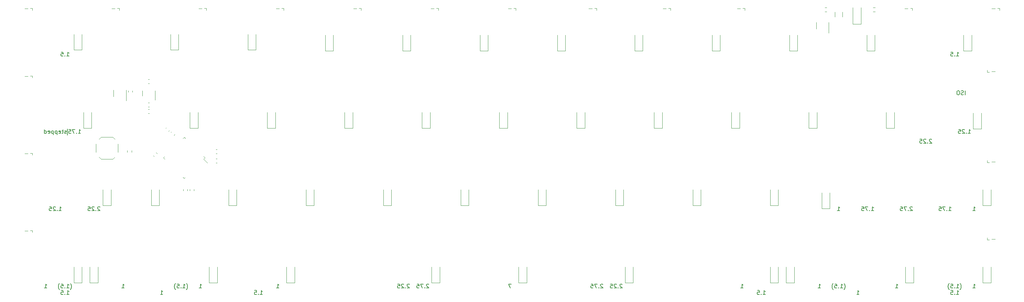
<source format=gbr>
%TF.GenerationSoftware,KiCad,Pcbnew,(7.0.0)*%
%TF.CreationDate,2023-11-21T21:34:49+01:00*%
%TF.ProjectId,forti,666f7274-692e-46b6-9963-61645f706362,rev?*%
%TF.SameCoordinates,Original*%
%TF.FileFunction,Legend,Bot*%
%TF.FilePolarity,Positive*%
%FSLAX46Y46*%
G04 Gerber Fmt 4.6, Leading zero omitted, Abs format (unit mm)*
G04 Created by KiCad (PCBNEW (7.0.0)) date 2023-11-21 21:34:49*
%MOMM*%
%LPD*%
G01*
G04 APERTURE LIST*
%ADD10C,0.150000*%
%ADD11C,0.120000*%
G04 APERTURE END LIST*
D10*
X41120181Y-62706250D02*
X41120181Y-64293750D01*
X150352082Y-100967380D02*
X149685416Y-100967380D01*
X149685416Y-100967380D02*
X150113987Y-101967380D01*
X249126189Y-82012619D02*
X249078570Y-81965000D01*
X249078570Y-81965000D02*
X248983332Y-81917380D01*
X248983332Y-81917380D02*
X248745237Y-81917380D01*
X248745237Y-81917380D02*
X248649999Y-81965000D01*
X248649999Y-81965000D02*
X248602380Y-82012619D01*
X248602380Y-82012619D02*
X248554761Y-82107857D01*
X248554761Y-82107857D02*
X248554761Y-82203095D01*
X248554761Y-82203095D02*
X248602380Y-82345952D01*
X248602380Y-82345952D02*
X249173808Y-82917380D01*
X249173808Y-82917380D02*
X248554761Y-82917380D01*
X248126189Y-82822142D02*
X248078570Y-82869761D01*
X248078570Y-82869761D02*
X248126189Y-82917380D01*
X248126189Y-82917380D02*
X248173808Y-82869761D01*
X248173808Y-82869761D02*
X248126189Y-82822142D01*
X248126189Y-82822142D02*
X248126189Y-82917380D01*
X247745237Y-81917380D02*
X247078571Y-81917380D01*
X247078571Y-81917380D02*
X247507142Y-82917380D01*
X246221428Y-81917380D02*
X246697618Y-81917380D01*
X246697618Y-81917380D02*
X246745237Y-82393571D01*
X246745237Y-82393571D02*
X246697618Y-82345952D01*
X246697618Y-82345952D02*
X246602380Y-82298333D01*
X246602380Y-82298333D02*
X246364285Y-82298333D01*
X246364285Y-82298333D02*
X246269047Y-82345952D01*
X246269047Y-82345952D02*
X246221428Y-82393571D01*
X246221428Y-82393571D02*
X246173809Y-82488809D01*
X246173809Y-82488809D02*
X246173809Y-82726904D01*
X246173809Y-82726904D02*
X246221428Y-82822142D01*
X246221428Y-82822142D02*
X246269047Y-82869761D01*
X246269047Y-82869761D02*
X246364285Y-82917380D01*
X246364285Y-82917380D02*
X246602380Y-82917380D01*
X246602380Y-82917380D02*
X246697618Y-82869761D01*
X246697618Y-82869761D02*
X246745237Y-82822142D01*
X130063689Y-101062619D02*
X130016070Y-101015000D01*
X130016070Y-101015000D02*
X129920832Y-100967380D01*
X129920832Y-100967380D02*
X129682737Y-100967380D01*
X129682737Y-100967380D02*
X129587499Y-101015000D01*
X129587499Y-101015000D02*
X129539880Y-101062619D01*
X129539880Y-101062619D02*
X129492261Y-101157857D01*
X129492261Y-101157857D02*
X129492261Y-101253095D01*
X129492261Y-101253095D02*
X129539880Y-101395952D01*
X129539880Y-101395952D02*
X130111308Y-101967380D01*
X130111308Y-101967380D02*
X129492261Y-101967380D01*
X129063689Y-101872142D02*
X129016070Y-101919761D01*
X129016070Y-101919761D02*
X129063689Y-101967380D01*
X129063689Y-101967380D02*
X129111308Y-101919761D01*
X129111308Y-101919761D02*
X129063689Y-101872142D01*
X129063689Y-101872142D02*
X129063689Y-101967380D01*
X128682737Y-100967380D02*
X128016071Y-100967380D01*
X128016071Y-100967380D02*
X128444642Y-101967380D01*
X127158928Y-100967380D02*
X127635118Y-100967380D01*
X127635118Y-100967380D02*
X127682737Y-101443571D01*
X127682737Y-101443571D02*
X127635118Y-101395952D01*
X127635118Y-101395952D02*
X127539880Y-101348333D01*
X127539880Y-101348333D02*
X127301785Y-101348333D01*
X127301785Y-101348333D02*
X127206547Y-101395952D01*
X127206547Y-101395952D02*
X127158928Y-101443571D01*
X127158928Y-101443571D02*
X127111309Y-101538809D01*
X127111309Y-101538809D02*
X127111309Y-101776904D01*
X127111309Y-101776904D02*
X127158928Y-101872142D01*
X127158928Y-101872142D02*
X127206547Y-101919761D01*
X127206547Y-101919761D02*
X127301785Y-101967380D01*
X127301785Y-101967380D02*
X127539880Y-101967380D01*
X127539880Y-101967380D02*
X127635118Y-101919761D01*
X127635118Y-101919761D02*
X127682737Y-101872142D01*
X70389583Y-102348333D02*
X70437202Y-102300714D01*
X70437202Y-102300714D02*
X70532440Y-102157857D01*
X70532440Y-102157857D02*
X70580059Y-102062619D01*
X70580059Y-102062619D02*
X70627678Y-101919761D01*
X70627678Y-101919761D02*
X70675297Y-101681666D01*
X70675297Y-101681666D02*
X70675297Y-101491190D01*
X70675297Y-101491190D02*
X70627678Y-101253095D01*
X70627678Y-101253095D02*
X70580059Y-101110238D01*
X70580059Y-101110238D02*
X70532440Y-101015000D01*
X70532440Y-101015000D02*
X70437202Y-100872142D01*
X70437202Y-100872142D02*
X70389583Y-100824523D01*
X69484821Y-101967380D02*
X70056249Y-101967380D01*
X69770535Y-101967380D02*
X69770535Y-100967380D01*
X69770535Y-100967380D02*
X69865773Y-101110238D01*
X69865773Y-101110238D02*
X69961011Y-101205476D01*
X69961011Y-101205476D02*
X70056249Y-101253095D01*
X69056249Y-101872142D02*
X69008630Y-101919761D01*
X69008630Y-101919761D02*
X69056249Y-101967380D01*
X69056249Y-101967380D02*
X69103868Y-101919761D01*
X69103868Y-101919761D02*
X69056249Y-101872142D01*
X69056249Y-101872142D02*
X69056249Y-101967380D01*
X68103869Y-100967380D02*
X68580059Y-100967380D01*
X68580059Y-100967380D02*
X68627678Y-101443571D01*
X68627678Y-101443571D02*
X68580059Y-101395952D01*
X68580059Y-101395952D02*
X68484821Y-101348333D01*
X68484821Y-101348333D02*
X68246726Y-101348333D01*
X68246726Y-101348333D02*
X68151488Y-101395952D01*
X68151488Y-101395952D02*
X68103869Y-101443571D01*
X68103869Y-101443571D02*
X68056250Y-101538809D01*
X68056250Y-101538809D02*
X68056250Y-101776904D01*
X68056250Y-101776904D02*
X68103869Y-101872142D01*
X68103869Y-101872142D02*
X68151488Y-101919761D01*
X68151488Y-101919761D02*
X68246726Y-101967380D01*
X68246726Y-101967380D02*
X68484821Y-101967380D01*
X68484821Y-101967380D02*
X68580059Y-101919761D01*
X68580059Y-101919761D02*
X68627678Y-101872142D01*
X67722916Y-102348333D02*
X67675297Y-102300714D01*
X67675297Y-102300714D02*
X67580059Y-102157857D01*
X67580059Y-102157857D02*
X67532440Y-102062619D01*
X67532440Y-102062619D02*
X67484821Y-101919761D01*
X67484821Y-101919761D02*
X67437202Y-101681666D01*
X67437202Y-101681666D02*
X67437202Y-101491190D01*
X67437202Y-101491190D02*
X67484821Y-101253095D01*
X67484821Y-101253095D02*
X67532440Y-101110238D01*
X67532440Y-101110238D02*
X67580059Y-101015000D01*
X67580059Y-101015000D02*
X67675297Y-100872142D01*
X67675297Y-100872142D02*
X67722916Y-100824523D01*
X41814583Y-102348333D02*
X41862202Y-102300714D01*
X41862202Y-102300714D02*
X41957440Y-102157857D01*
X41957440Y-102157857D02*
X42005059Y-102062619D01*
X42005059Y-102062619D02*
X42052678Y-101919761D01*
X42052678Y-101919761D02*
X42100297Y-101681666D01*
X42100297Y-101681666D02*
X42100297Y-101491190D01*
X42100297Y-101491190D02*
X42052678Y-101253095D01*
X42052678Y-101253095D02*
X42005059Y-101110238D01*
X42005059Y-101110238D02*
X41957440Y-101015000D01*
X41957440Y-101015000D02*
X41862202Y-100872142D01*
X41862202Y-100872142D02*
X41814583Y-100824523D01*
X40909821Y-101967380D02*
X41481249Y-101967380D01*
X41195535Y-101967380D02*
X41195535Y-100967380D01*
X41195535Y-100967380D02*
X41290773Y-101110238D01*
X41290773Y-101110238D02*
X41386011Y-101205476D01*
X41386011Y-101205476D02*
X41481249Y-101253095D01*
X40481249Y-101872142D02*
X40433630Y-101919761D01*
X40433630Y-101919761D02*
X40481249Y-101967380D01*
X40481249Y-101967380D02*
X40528868Y-101919761D01*
X40528868Y-101919761D02*
X40481249Y-101872142D01*
X40481249Y-101872142D02*
X40481249Y-101967380D01*
X39528869Y-100967380D02*
X40005059Y-100967380D01*
X40005059Y-100967380D02*
X40052678Y-101443571D01*
X40052678Y-101443571D02*
X40005059Y-101395952D01*
X40005059Y-101395952D02*
X39909821Y-101348333D01*
X39909821Y-101348333D02*
X39671726Y-101348333D01*
X39671726Y-101348333D02*
X39576488Y-101395952D01*
X39576488Y-101395952D02*
X39528869Y-101443571D01*
X39528869Y-101443571D02*
X39481250Y-101538809D01*
X39481250Y-101538809D02*
X39481250Y-101776904D01*
X39481250Y-101776904D02*
X39528869Y-101872142D01*
X39528869Y-101872142D02*
X39576488Y-101919761D01*
X39576488Y-101919761D02*
X39671726Y-101967380D01*
X39671726Y-101967380D02*
X39909821Y-101967380D01*
X39909821Y-101967380D02*
X40005059Y-101919761D01*
X40005059Y-101919761D02*
X40052678Y-101872142D01*
X39147916Y-102348333D02*
X39100297Y-102300714D01*
X39100297Y-102300714D02*
X39005059Y-102157857D01*
X39005059Y-102157857D02*
X38957440Y-102062619D01*
X38957440Y-102062619D02*
X38909821Y-101919761D01*
X38909821Y-101919761D02*
X38862202Y-101681666D01*
X38862202Y-101681666D02*
X38862202Y-101491190D01*
X38862202Y-101491190D02*
X38909821Y-101253095D01*
X38909821Y-101253095D02*
X38957440Y-101110238D01*
X38957440Y-101110238D02*
X39005059Y-101015000D01*
X39005059Y-101015000D02*
X39100297Y-100872142D01*
X39100297Y-100872142D02*
X39147916Y-100824523D01*
X264033035Y-101967380D02*
X264604463Y-101967380D01*
X264318749Y-101967380D02*
X264318749Y-100967380D01*
X264318749Y-100967380D02*
X264413987Y-101110238D01*
X264413987Y-101110238D02*
X264509225Y-101205476D01*
X264509225Y-101205476D02*
X264604463Y-101253095D01*
X260889583Y-102348333D02*
X260937202Y-102300714D01*
X260937202Y-102300714D02*
X261032440Y-102157857D01*
X261032440Y-102157857D02*
X261080059Y-102062619D01*
X261080059Y-102062619D02*
X261127678Y-101919761D01*
X261127678Y-101919761D02*
X261175297Y-101681666D01*
X261175297Y-101681666D02*
X261175297Y-101491190D01*
X261175297Y-101491190D02*
X261127678Y-101253095D01*
X261127678Y-101253095D02*
X261080059Y-101110238D01*
X261080059Y-101110238D02*
X261032440Y-101015000D01*
X261032440Y-101015000D02*
X260937202Y-100872142D01*
X260937202Y-100872142D02*
X260889583Y-100824523D01*
X259984821Y-101967380D02*
X260556249Y-101967380D01*
X260270535Y-101967380D02*
X260270535Y-100967380D01*
X260270535Y-100967380D02*
X260365773Y-101110238D01*
X260365773Y-101110238D02*
X260461011Y-101205476D01*
X260461011Y-101205476D02*
X260556249Y-101253095D01*
X259556249Y-101872142D02*
X259508630Y-101919761D01*
X259508630Y-101919761D02*
X259556249Y-101967380D01*
X259556249Y-101967380D02*
X259603868Y-101919761D01*
X259603868Y-101919761D02*
X259556249Y-101872142D01*
X259556249Y-101872142D02*
X259556249Y-101967380D01*
X258603869Y-100967380D02*
X259080059Y-100967380D01*
X259080059Y-100967380D02*
X259127678Y-101443571D01*
X259127678Y-101443571D02*
X259080059Y-101395952D01*
X259080059Y-101395952D02*
X258984821Y-101348333D01*
X258984821Y-101348333D02*
X258746726Y-101348333D01*
X258746726Y-101348333D02*
X258651488Y-101395952D01*
X258651488Y-101395952D02*
X258603869Y-101443571D01*
X258603869Y-101443571D02*
X258556250Y-101538809D01*
X258556250Y-101538809D02*
X258556250Y-101776904D01*
X258556250Y-101776904D02*
X258603869Y-101872142D01*
X258603869Y-101872142D02*
X258651488Y-101919761D01*
X258651488Y-101919761D02*
X258746726Y-101967380D01*
X258746726Y-101967380D02*
X258984821Y-101967380D01*
X258984821Y-101967380D02*
X259080059Y-101919761D01*
X259080059Y-101919761D02*
X259127678Y-101872142D01*
X258222916Y-102348333D02*
X258175297Y-102300714D01*
X258175297Y-102300714D02*
X258080059Y-102157857D01*
X258080059Y-102157857D02*
X258032440Y-102062619D01*
X258032440Y-102062619D02*
X257984821Y-101919761D01*
X257984821Y-101919761D02*
X257937202Y-101681666D01*
X257937202Y-101681666D02*
X257937202Y-101491190D01*
X257937202Y-101491190D02*
X257984821Y-101253095D01*
X257984821Y-101253095D02*
X258032440Y-101110238D01*
X258032440Y-101110238D02*
X258080059Y-101015000D01*
X258080059Y-101015000D02*
X258175297Y-100872142D01*
X258175297Y-100872142D02*
X258222916Y-100824523D01*
X49101189Y-82012619D02*
X49053570Y-81965000D01*
X49053570Y-81965000D02*
X48958332Y-81917380D01*
X48958332Y-81917380D02*
X48720237Y-81917380D01*
X48720237Y-81917380D02*
X48624999Y-81965000D01*
X48624999Y-81965000D02*
X48577380Y-82012619D01*
X48577380Y-82012619D02*
X48529761Y-82107857D01*
X48529761Y-82107857D02*
X48529761Y-82203095D01*
X48529761Y-82203095D02*
X48577380Y-82345952D01*
X48577380Y-82345952D02*
X49148808Y-82917380D01*
X49148808Y-82917380D02*
X48529761Y-82917380D01*
X48101189Y-82822142D02*
X48053570Y-82869761D01*
X48053570Y-82869761D02*
X48101189Y-82917380D01*
X48101189Y-82917380D02*
X48148808Y-82869761D01*
X48148808Y-82869761D02*
X48101189Y-82822142D01*
X48101189Y-82822142D02*
X48101189Y-82917380D01*
X47672618Y-82012619D02*
X47624999Y-81965000D01*
X47624999Y-81965000D02*
X47529761Y-81917380D01*
X47529761Y-81917380D02*
X47291666Y-81917380D01*
X47291666Y-81917380D02*
X47196428Y-81965000D01*
X47196428Y-81965000D02*
X47148809Y-82012619D01*
X47148809Y-82012619D02*
X47101190Y-82107857D01*
X47101190Y-82107857D02*
X47101190Y-82203095D01*
X47101190Y-82203095D02*
X47148809Y-82345952D01*
X47148809Y-82345952D02*
X47720237Y-82917380D01*
X47720237Y-82917380D02*
X47101190Y-82917380D01*
X46196428Y-81917380D02*
X46672618Y-81917380D01*
X46672618Y-81917380D02*
X46720237Y-82393571D01*
X46720237Y-82393571D02*
X46672618Y-82345952D01*
X46672618Y-82345952D02*
X46577380Y-82298333D01*
X46577380Y-82298333D02*
X46339285Y-82298333D01*
X46339285Y-82298333D02*
X46244047Y-82345952D01*
X46244047Y-82345952D02*
X46196428Y-82393571D01*
X46196428Y-82393571D02*
X46148809Y-82488809D01*
X46148809Y-82488809D02*
X46148809Y-82726904D01*
X46148809Y-82726904D02*
X46196428Y-82822142D01*
X46196428Y-82822142D02*
X46244047Y-82869761D01*
X46244047Y-82869761D02*
X46339285Y-82917380D01*
X46339285Y-82917380D02*
X46577380Y-82917380D01*
X46577380Y-82917380D02*
X46672618Y-82869761D01*
X46672618Y-82869761D02*
X46720237Y-82822142D01*
X35433035Y-101967380D02*
X36004463Y-101967380D01*
X35718749Y-101967380D02*
X35718749Y-100967380D01*
X35718749Y-100967380D02*
X35813987Y-101110238D01*
X35813987Y-101110238D02*
X35909225Y-101205476D01*
X35909225Y-101205476D02*
X36004463Y-101253095D01*
X125301189Y-101062619D02*
X125253570Y-101015000D01*
X125253570Y-101015000D02*
X125158332Y-100967380D01*
X125158332Y-100967380D02*
X124920237Y-100967380D01*
X124920237Y-100967380D02*
X124824999Y-101015000D01*
X124824999Y-101015000D02*
X124777380Y-101062619D01*
X124777380Y-101062619D02*
X124729761Y-101157857D01*
X124729761Y-101157857D02*
X124729761Y-101253095D01*
X124729761Y-101253095D02*
X124777380Y-101395952D01*
X124777380Y-101395952D02*
X125348808Y-101967380D01*
X125348808Y-101967380D02*
X124729761Y-101967380D01*
X124301189Y-101872142D02*
X124253570Y-101919761D01*
X124253570Y-101919761D02*
X124301189Y-101967380D01*
X124301189Y-101967380D02*
X124348808Y-101919761D01*
X124348808Y-101919761D02*
X124301189Y-101872142D01*
X124301189Y-101872142D02*
X124301189Y-101967380D01*
X123872618Y-101062619D02*
X123824999Y-101015000D01*
X123824999Y-101015000D02*
X123729761Y-100967380D01*
X123729761Y-100967380D02*
X123491666Y-100967380D01*
X123491666Y-100967380D02*
X123396428Y-101015000D01*
X123396428Y-101015000D02*
X123348809Y-101062619D01*
X123348809Y-101062619D02*
X123301190Y-101157857D01*
X123301190Y-101157857D02*
X123301190Y-101253095D01*
X123301190Y-101253095D02*
X123348809Y-101395952D01*
X123348809Y-101395952D02*
X123920237Y-101967380D01*
X123920237Y-101967380D02*
X123301190Y-101967380D01*
X122396428Y-100967380D02*
X122872618Y-100967380D01*
X122872618Y-100967380D02*
X122920237Y-101443571D01*
X122920237Y-101443571D02*
X122872618Y-101395952D01*
X122872618Y-101395952D02*
X122777380Y-101348333D01*
X122777380Y-101348333D02*
X122539285Y-101348333D01*
X122539285Y-101348333D02*
X122444047Y-101395952D01*
X122444047Y-101395952D02*
X122396428Y-101443571D01*
X122396428Y-101443571D02*
X122348809Y-101538809D01*
X122348809Y-101538809D02*
X122348809Y-101776904D01*
X122348809Y-101776904D02*
X122396428Y-101872142D01*
X122396428Y-101872142D02*
X122444047Y-101919761D01*
X122444047Y-101919761D02*
X122539285Y-101967380D01*
X122539285Y-101967380D02*
X122777380Y-101967380D01*
X122777380Y-101967380D02*
X122872618Y-101919761D01*
X122872618Y-101919761D02*
X122920237Y-101872142D01*
X262143749Y-54342380D02*
X262143749Y-53342380D01*
X261715178Y-54294761D02*
X261572321Y-54342380D01*
X261572321Y-54342380D02*
X261334226Y-54342380D01*
X261334226Y-54342380D02*
X261238988Y-54294761D01*
X261238988Y-54294761D02*
X261191369Y-54247142D01*
X261191369Y-54247142D02*
X261143750Y-54151904D01*
X261143750Y-54151904D02*
X261143750Y-54056666D01*
X261143750Y-54056666D02*
X261191369Y-53961428D01*
X261191369Y-53961428D02*
X261238988Y-53913809D01*
X261238988Y-53913809D02*
X261334226Y-53866190D01*
X261334226Y-53866190D02*
X261524702Y-53818571D01*
X261524702Y-53818571D02*
X261619940Y-53770952D01*
X261619940Y-53770952D02*
X261667559Y-53723333D01*
X261667559Y-53723333D02*
X261715178Y-53628095D01*
X261715178Y-53628095D02*
X261715178Y-53532857D01*
X261715178Y-53532857D02*
X261667559Y-53437619D01*
X261667559Y-53437619D02*
X261619940Y-53390000D01*
X261619940Y-53390000D02*
X261524702Y-53342380D01*
X261524702Y-53342380D02*
X261286607Y-53342380D01*
X261286607Y-53342380D02*
X261143750Y-53390000D01*
X260524702Y-53342380D02*
X260334226Y-53342380D01*
X260334226Y-53342380D02*
X260238988Y-53390000D01*
X260238988Y-53390000D02*
X260143750Y-53485238D01*
X260143750Y-53485238D02*
X260096131Y-53675714D01*
X260096131Y-53675714D02*
X260096131Y-54009047D01*
X260096131Y-54009047D02*
X260143750Y-54199523D01*
X260143750Y-54199523D02*
X260238988Y-54294761D01*
X260238988Y-54294761D02*
X260334226Y-54342380D01*
X260334226Y-54342380D02*
X260524702Y-54342380D01*
X260524702Y-54342380D02*
X260619940Y-54294761D01*
X260619940Y-54294761D02*
X260715178Y-54199523D01*
X260715178Y-54199523D02*
X260762797Y-54009047D01*
X260762797Y-54009047D02*
X260762797Y-53675714D01*
X260762797Y-53675714D02*
X260715178Y-53485238D01*
X260715178Y-53485238D02*
X260619940Y-53390000D01*
X260619940Y-53390000D02*
X260524702Y-53342380D01*
X39004761Y-82917380D02*
X39576189Y-82917380D01*
X39290475Y-82917380D02*
X39290475Y-81917380D01*
X39290475Y-81917380D02*
X39385713Y-82060238D01*
X39385713Y-82060238D02*
X39480951Y-82155476D01*
X39480951Y-82155476D02*
X39576189Y-82203095D01*
X38576189Y-82822142D02*
X38528570Y-82869761D01*
X38528570Y-82869761D02*
X38576189Y-82917380D01*
X38576189Y-82917380D02*
X38623808Y-82869761D01*
X38623808Y-82869761D02*
X38576189Y-82822142D01*
X38576189Y-82822142D02*
X38576189Y-82917380D01*
X38147618Y-82012619D02*
X38099999Y-81965000D01*
X38099999Y-81965000D02*
X38004761Y-81917380D01*
X38004761Y-81917380D02*
X37766666Y-81917380D01*
X37766666Y-81917380D02*
X37671428Y-81965000D01*
X37671428Y-81965000D02*
X37623809Y-82012619D01*
X37623809Y-82012619D02*
X37576190Y-82107857D01*
X37576190Y-82107857D02*
X37576190Y-82203095D01*
X37576190Y-82203095D02*
X37623809Y-82345952D01*
X37623809Y-82345952D02*
X38195237Y-82917380D01*
X38195237Y-82917380D02*
X37576190Y-82917380D01*
X36671428Y-81917380D02*
X37147618Y-81917380D01*
X37147618Y-81917380D02*
X37195237Y-82393571D01*
X37195237Y-82393571D02*
X37147618Y-82345952D01*
X37147618Y-82345952D02*
X37052380Y-82298333D01*
X37052380Y-82298333D02*
X36814285Y-82298333D01*
X36814285Y-82298333D02*
X36719047Y-82345952D01*
X36719047Y-82345952D02*
X36671428Y-82393571D01*
X36671428Y-82393571D02*
X36623809Y-82488809D01*
X36623809Y-82488809D02*
X36623809Y-82726904D01*
X36623809Y-82726904D02*
X36671428Y-82822142D01*
X36671428Y-82822142D02*
X36719047Y-82869761D01*
X36719047Y-82869761D02*
X36814285Y-82917380D01*
X36814285Y-82917380D02*
X37052380Y-82917380D01*
X37052380Y-82917380D02*
X37147618Y-82869761D01*
X37147618Y-82869761D02*
X37195237Y-82822142D01*
X232314583Y-102348333D02*
X232362202Y-102300714D01*
X232362202Y-102300714D02*
X232457440Y-102157857D01*
X232457440Y-102157857D02*
X232505059Y-102062619D01*
X232505059Y-102062619D02*
X232552678Y-101919761D01*
X232552678Y-101919761D02*
X232600297Y-101681666D01*
X232600297Y-101681666D02*
X232600297Y-101491190D01*
X232600297Y-101491190D02*
X232552678Y-101253095D01*
X232552678Y-101253095D02*
X232505059Y-101110238D01*
X232505059Y-101110238D02*
X232457440Y-101015000D01*
X232457440Y-101015000D02*
X232362202Y-100872142D01*
X232362202Y-100872142D02*
X232314583Y-100824523D01*
X231409821Y-101967380D02*
X231981249Y-101967380D01*
X231695535Y-101967380D02*
X231695535Y-100967380D01*
X231695535Y-100967380D02*
X231790773Y-101110238D01*
X231790773Y-101110238D02*
X231886011Y-101205476D01*
X231886011Y-101205476D02*
X231981249Y-101253095D01*
X230981249Y-101872142D02*
X230933630Y-101919761D01*
X230933630Y-101919761D02*
X230981249Y-101967380D01*
X230981249Y-101967380D02*
X231028868Y-101919761D01*
X231028868Y-101919761D02*
X230981249Y-101872142D01*
X230981249Y-101872142D02*
X230981249Y-101967380D01*
X230028869Y-100967380D02*
X230505059Y-100967380D01*
X230505059Y-100967380D02*
X230552678Y-101443571D01*
X230552678Y-101443571D02*
X230505059Y-101395952D01*
X230505059Y-101395952D02*
X230409821Y-101348333D01*
X230409821Y-101348333D02*
X230171726Y-101348333D01*
X230171726Y-101348333D02*
X230076488Y-101395952D01*
X230076488Y-101395952D02*
X230028869Y-101443571D01*
X230028869Y-101443571D02*
X229981250Y-101538809D01*
X229981250Y-101538809D02*
X229981250Y-101776904D01*
X229981250Y-101776904D02*
X230028869Y-101872142D01*
X230028869Y-101872142D02*
X230076488Y-101919761D01*
X230076488Y-101919761D02*
X230171726Y-101967380D01*
X230171726Y-101967380D02*
X230409821Y-101967380D01*
X230409821Y-101967380D02*
X230505059Y-101919761D01*
X230505059Y-101919761D02*
X230552678Y-101872142D01*
X229647916Y-102348333D02*
X229600297Y-102300714D01*
X229600297Y-102300714D02*
X229505059Y-102157857D01*
X229505059Y-102157857D02*
X229457440Y-102062619D01*
X229457440Y-102062619D02*
X229409821Y-101919761D01*
X229409821Y-101919761D02*
X229362202Y-101681666D01*
X229362202Y-101681666D02*
X229362202Y-101491190D01*
X229362202Y-101491190D02*
X229409821Y-101253095D01*
X229409821Y-101253095D02*
X229457440Y-101110238D01*
X229457440Y-101110238D02*
X229505059Y-101015000D01*
X229505059Y-101015000D02*
X229600297Y-100872142D01*
X229600297Y-100872142D02*
X229647916Y-100824523D01*
X88534821Y-103554880D02*
X89106249Y-103554880D01*
X88820535Y-103554880D02*
X88820535Y-102554880D01*
X88820535Y-102554880D02*
X88915773Y-102697738D01*
X88915773Y-102697738D02*
X89011011Y-102792976D01*
X89011011Y-102792976D02*
X89106249Y-102840595D01*
X88106249Y-103459642D02*
X88058630Y-103507261D01*
X88058630Y-103507261D02*
X88106249Y-103554880D01*
X88106249Y-103554880D02*
X88153868Y-103507261D01*
X88153868Y-103507261D02*
X88106249Y-103459642D01*
X88106249Y-103459642D02*
X88106249Y-103554880D01*
X87153869Y-102554880D02*
X87630059Y-102554880D01*
X87630059Y-102554880D02*
X87677678Y-103031071D01*
X87677678Y-103031071D02*
X87630059Y-102983452D01*
X87630059Y-102983452D02*
X87534821Y-102935833D01*
X87534821Y-102935833D02*
X87296726Y-102935833D01*
X87296726Y-102935833D02*
X87201488Y-102983452D01*
X87201488Y-102983452D02*
X87153869Y-103031071D01*
X87153869Y-103031071D02*
X87106250Y-103126309D01*
X87106250Y-103126309D02*
X87106250Y-103364404D01*
X87106250Y-103364404D02*
X87153869Y-103459642D01*
X87153869Y-103459642D02*
X87201488Y-103507261D01*
X87201488Y-103507261D02*
X87296726Y-103554880D01*
X87296726Y-103554880D02*
X87534821Y-103554880D01*
X87534821Y-103554880D02*
X87630059Y-103507261D01*
X87630059Y-103507261D02*
X87677678Y-103459642D01*
X172926189Y-101062619D02*
X172878570Y-101015000D01*
X172878570Y-101015000D02*
X172783332Y-100967380D01*
X172783332Y-100967380D02*
X172545237Y-100967380D01*
X172545237Y-100967380D02*
X172449999Y-101015000D01*
X172449999Y-101015000D02*
X172402380Y-101062619D01*
X172402380Y-101062619D02*
X172354761Y-101157857D01*
X172354761Y-101157857D02*
X172354761Y-101253095D01*
X172354761Y-101253095D02*
X172402380Y-101395952D01*
X172402380Y-101395952D02*
X172973808Y-101967380D01*
X172973808Y-101967380D02*
X172354761Y-101967380D01*
X171926189Y-101872142D02*
X171878570Y-101919761D01*
X171878570Y-101919761D02*
X171926189Y-101967380D01*
X171926189Y-101967380D02*
X171973808Y-101919761D01*
X171973808Y-101919761D02*
X171926189Y-101872142D01*
X171926189Y-101872142D02*
X171926189Y-101967380D01*
X171545237Y-100967380D02*
X170878571Y-100967380D01*
X170878571Y-100967380D02*
X171307142Y-101967380D01*
X170021428Y-100967380D02*
X170497618Y-100967380D01*
X170497618Y-100967380D02*
X170545237Y-101443571D01*
X170545237Y-101443571D02*
X170497618Y-101395952D01*
X170497618Y-101395952D02*
X170402380Y-101348333D01*
X170402380Y-101348333D02*
X170164285Y-101348333D01*
X170164285Y-101348333D02*
X170069047Y-101395952D01*
X170069047Y-101395952D02*
X170021428Y-101443571D01*
X170021428Y-101443571D02*
X169973809Y-101538809D01*
X169973809Y-101538809D02*
X169973809Y-101776904D01*
X169973809Y-101776904D02*
X170021428Y-101872142D01*
X170021428Y-101872142D02*
X170069047Y-101919761D01*
X170069047Y-101919761D02*
X170164285Y-101967380D01*
X170164285Y-101967380D02*
X170402380Y-101967380D01*
X170402380Y-101967380D02*
X170497618Y-101919761D01*
X170497618Y-101919761D02*
X170545237Y-101872142D01*
X230695535Y-82917380D02*
X231266963Y-82917380D01*
X230981249Y-82917380D02*
X230981249Y-81917380D01*
X230981249Y-81917380D02*
X231076487Y-82060238D01*
X231076487Y-82060238D02*
X231171725Y-82155476D01*
X231171725Y-82155476D02*
X231266963Y-82203095D01*
X264033035Y-82917380D02*
X264604463Y-82917380D01*
X264318749Y-82917380D02*
X264318749Y-81917380D01*
X264318749Y-81917380D02*
X264413987Y-82060238D01*
X264413987Y-82060238D02*
X264509225Y-82155476D01*
X264509225Y-82155476D02*
X264604463Y-82203095D01*
X259984821Y-103554880D02*
X260556249Y-103554880D01*
X260270535Y-103554880D02*
X260270535Y-102554880D01*
X260270535Y-102554880D02*
X260365773Y-102697738D01*
X260365773Y-102697738D02*
X260461011Y-102792976D01*
X260461011Y-102792976D02*
X260556249Y-102840595D01*
X259556249Y-103459642D02*
X259508630Y-103507261D01*
X259508630Y-103507261D02*
X259556249Y-103554880D01*
X259556249Y-103554880D02*
X259603868Y-103507261D01*
X259603868Y-103507261D02*
X259556249Y-103459642D01*
X259556249Y-103459642D02*
X259556249Y-103554880D01*
X258603869Y-102554880D02*
X259080059Y-102554880D01*
X259080059Y-102554880D02*
X259127678Y-103031071D01*
X259127678Y-103031071D02*
X259080059Y-102983452D01*
X259080059Y-102983452D02*
X258984821Y-102935833D01*
X258984821Y-102935833D02*
X258746726Y-102935833D01*
X258746726Y-102935833D02*
X258651488Y-102983452D01*
X258651488Y-102983452D02*
X258603869Y-103031071D01*
X258603869Y-103031071D02*
X258556250Y-103126309D01*
X258556250Y-103126309D02*
X258556250Y-103364404D01*
X258556250Y-103364404D02*
X258603869Y-103459642D01*
X258603869Y-103459642D02*
X258651488Y-103507261D01*
X258651488Y-103507261D02*
X258746726Y-103554880D01*
X258746726Y-103554880D02*
X258984821Y-103554880D01*
X258984821Y-103554880D02*
X259080059Y-103507261D01*
X259080059Y-103507261D02*
X259127678Y-103459642D01*
X258079761Y-82917380D02*
X258651189Y-82917380D01*
X258365475Y-82917380D02*
X258365475Y-81917380D01*
X258365475Y-81917380D02*
X258460713Y-82060238D01*
X258460713Y-82060238D02*
X258555951Y-82155476D01*
X258555951Y-82155476D02*
X258651189Y-82203095D01*
X257651189Y-82822142D02*
X257603570Y-82869761D01*
X257603570Y-82869761D02*
X257651189Y-82917380D01*
X257651189Y-82917380D02*
X257698808Y-82869761D01*
X257698808Y-82869761D02*
X257651189Y-82822142D01*
X257651189Y-82822142D02*
X257651189Y-82917380D01*
X257270237Y-81917380D02*
X256603571Y-81917380D01*
X256603571Y-81917380D02*
X257032142Y-82917380D01*
X255746428Y-81917380D02*
X256222618Y-81917380D01*
X256222618Y-81917380D02*
X256270237Y-82393571D01*
X256270237Y-82393571D02*
X256222618Y-82345952D01*
X256222618Y-82345952D02*
X256127380Y-82298333D01*
X256127380Y-82298333D02*
X255889285Y-82298333D01*
X255889285Y-82298333D02*
X255794047Y-82345952D01*
X255794047Y-82345952D02*
X255746428Y-82393571D01*
X255746428Y-82393571D02*
X255698809Y-82488809D01*
X255698809Y-82488809D02*
X255698809Y-82726904D01*
X255698809Y-82726904D02*
X255746428Y-82822142D01*
X255746428Y-82822142D02*
X255794047Y-82869761D01*
X255794047Y-82869761D02*
X255889285Y-82917380D01*
X255889285Y-82917380D02*
X256127380Y-82917380D01*
X256127380Y-82917380D02*
X256222618Y-82869761D01*
X256222618Y-82869761D02*
X256270237Y-82822142D01*
X235458035Y-103554880D02*
X236029463Y-103554880D01*
X235743749Y-103554880D02*
X235743749Y-102554880D01*
X235743749Y-102554880D02*
X235838987Y-102697738D01*
X235838987Y-102697738D02*
X235934225Y-102792976D01*
X235934225Y-102792976D02*
X236029463Y-102840595D01*
X239029761Y-82917380D02*
X239601189Y-82917380D01*
X239315475Y-82917380D02*
X239315475Y-81917380D01*
X239315475Y-81917380D02*
X239410713Y-82060238D01*
X239410713Y-82060238D02*
X239505951Y-82155476D01*
X239505951Y-82155476D02*
X239601189Y-82203095D01*
X238601189Y-82822142D02*
X238553570Y-82869761D01*
X238553570Y-82869761D02*
X238601189Y-82917380D01*
X238601189Y-82917380D02*
X238648808Y-82869761D01*
X238648808Y-82869761D02*
X238601189Y-82822142D01*
X238601189Y-82822142D02*
X238601189Y-82917380D01*
X238220237Y-81917380D02*
X237553571Y-81917380D01*
X237553571Y-81917380D02*
X237982142Y-82917380D01*
X236696428Y-81917380D02*
X237172618Y-81917380D01*
X237172618Y-81917380D02*
X237220237Y-82393571D01*
X237220237Y-82393571D02*
X237172618Y-82345952D01*
X237172618Y-82345952D02*
X237077380Y-82298333D01*
X237077380Y-82298333D02*
X236839285Y-82298333D01*
X236839285Y-82298333D02*
X236744047Y-82345952D01*
X236744047Y-82345952D02*
X236696428Y-82393571D01*
X236696428Y-82393571D02*
X236648809Y-82488809D01*
X236648809Y-82488809D02*
X236648809Y-82726904D01*
X236648809Y-82726904D02*
X236696428Y-82822142D01*
X236696428Y-82822142D02*
X236744047Y-82869761D01*
X236744047Y-82869761D02*
X236839285Y-82917380D01*
X236839285Y-82917380D02*
X237077380Y-82917380D01*
X237077380Y-82917380D02*
X237172618Y-82869761D01*
X237172618Y-82869761D02*
X237220237Y-82822142D01*
X206883035Y-101967380D02*
X207454463Y-101967380D01*
X207168749Y-101967380D02*
X207168749Y-100967380D01*
X207168749Y-100967380D02*
X207263987Y-101110238D01*
X207263987Y-101110238D02*
X207359225Y-101205476D01*
X207359225Y-101205476D02*
X207454463Y-101253095D01*
X43767261Y-63867380D02*
X44338689Y-63867380D01*
X44052975Y-63867380D02*
X44052975Y-62867380D01*
X44052975Y-62867380D02*
X44148213Y-63010238D01*
X44148213Y-63010238D02*
X44243451Y-63105476D01*
X44243451Y-63105476D02*
X44338689Y-63153095D01*
X43338689Y-63772142D02*
X43291070Y-63819761D01*
X43291070Y-63819761D02*
X43338689Y-63867380D01*
X43338689Y-63867380D02*
X43386308Y-63819761D01*
X43386308Y-63819761D02*
X43338689Y-63772142D01*
X43338689Y-63772142D02*
X43338689Y-63867380D01*
X42957737Y-62867380D02*
X42291071Y-62867380D01*
X42291071Y-62867380D02*
X42719642Y-63867380D01*
X41433928Y-62867380D02*
X41910118Y-62867380D01*
X41910118Y-62867380D02*
X41957737Y-63343571D01*
X41957737Y-63343571D02*
X41910118Y-63295952D01*
X41910118Y-63295952D02*
X41814880Y-63248333D01*
X41814880Y-63248333D02*
X41576785Y-63248333D01*
X41576785Y-63248333D02*
X41481547Y-63295952D01*
X41481547Y-63295952D02*
X41433928Y-63343571D01*
X41433928Y-63343571D02*
X41386309Y-63438809D01*
X41386309Y-63438809D02*
X41386309Y-63676904D01*
X41386309Y-63676904D02*
X41433928Y-63772142D01*
X41433928Y-63772142D02*
X41481547Y-63819761D01*
X41481547Y-63819761D02*
X41576785Y-63867380D01*
X41576785Y-63867380D02*
X41814880Y-63867380D01*
X41814880Y-63867380D02*
X41910118Y-63819761D01*
X41910118Y-63819761D02*
X41957737Y-63772142D01*
X225933035Y-101967380D02*
X226504463Y-101967380D01*
X226218749Y-101967380D02*
X226218749Y-100967380D01*
X226218749Y-100967380D02*
X226313987Y-101110238D01*
X226313987Y-101110238D02*
X226409225Y-101205476D01*
X226409225Y-101205476D02*
X226504463Y-101253095D01*
X212359821Y-103554880D02*
X212931249Y-103554880D01*
X212645535Y-103554880D02*
X212645535Y-102554880D01*
X212645535Y-102554880D02*
X212740773Y-102697738D01*
X212740773Y-102697738D02*
X212836011Y-102792976D01*
X212836011Y-102792976D02*
X212931249Y-102840595D01*
X211931249Y-103459642D02*
X211883630Y-103507261D01*
X211883630Y-103507261D02*
X211931249Y-103554880D01*
X211931249Y-103554880D02*
X211978868Y-103507261D01*
X211978868Y-103507261D02*
X211931249Y-103459642D01*
X211931249Y-103459642D02*
X211931249Y-103554880D01*
X210978869Y-102554880D02*
X211455059Y-102554880D01*
X211455059Y-102554880D02*
X211502678Y-103031071D01*
X211502678Y-103031071D02*
X211455059Y-102983452D01*
X211455059Y-102983452D02*
X211359821Y-102935833D01*
X211359821Y-102935833D02*
X211121726Y-102935833D01*
X211121726Y-102935833D02*
X211026488Y-102983452D01*
X211026488Y-102983452D02*
X210978869Y-103031071D01*
X210978869Y-103031071D02*
X210931250Y-103126309D01*
X210931250Y-103126309D02*
X210931250Y-103364404D01*
X210931250Y-103364404D02*
X210978869Y-103459642D01*
X210978869Y-103459642D02*
X211026488Y-103507261D01*
X211026488Y-103507261D02*
X211121726Y-103554880D01*
X211121726Y-103554880D02*
X211359821Y-103554880D01*
X211359821Y-103554880D02*
X211455059Y-103507261D01*
X211455059Y-103507261D02*
X211502678Y-103459642D01*
X64008035Y-103554880D02*
X64579463Y-103554880D01*
X64293749Y-103554880D02*
X64293749Y-102554880D01*
X64293749Y-102554880D02*
X64388987Y-102697738D01*
X64388987Y-102697738D02*
X64484225Y-102792976D01*
X64484225Y-102792976D02*
X64579463Y-102840595D01*
X262842261Y-63867380D02*
X263413689Y-63867380D01*
X263127975Y-63867380D02*
X263127975Y-62867380D01*
X263127975Y-62867380D02*
X263223213Y-63010238D01*
X263223213Y-63010238D02*
X263318451Y-63105476D01*
X263318451Y-63105476D02*
X263413689Y-63153095D01*
X262413689Y-63772142D02*
X262366070Y-63819761D01*
X262366070Y-63819761D02*
X262413689Y-63867380D01*
X262413689Y-63867380D02*
X262461308Y-63819761D01*
X262461308Y-63819761D02*
X262413689Y-63772142D01*
X262413689Y-63772142D02*
X262413689Y-63867380D01*
X261985118Y-62962619D02*
X261937499Y-62915000D01*
X261937499Y-62915000D02*
X261842261Y-62867380D01*
X261842261Y-62867380D02*
X261604166Y-62867380D01*
X261604166Y-62867380D02*
X261508928Y-62915000D01*
X261508928Y-62915000D02*
X261461309Y-62962619D01*
X261461309Y-62962619D02*
X261413690Y-63057857D01*
X261413690Y-63057857D02*
X261413690Y-63153095D01*
X261413690Y-63153095D02*
X261461309Y-63295952D01*
X261461309Y-63295952D02*
X262032737Y-63867380D01*
X262032737Y-63867380D02*
X261413690Y-63867380D01*
X260508928Y-62867380D02*
X260985118Y-62867380D01*
X260985118Y-62867380D02*
X261032737Y-63343571D01*
X261032737Y-63343571D02*
X260985118Y-63295952D01*
X260985118Y-63295952D02*
X260889880Y-63248333D01*
X260889880Y-63248333D02*
X260651785Y-63248333D01*
X260651785Y-63248333D02*
X260556547Y-63295952D01*
X260556547Y-63295952D02*
X260508928Y-63343571D01*
X260508928Y-63343571D02*
X260461309Y-63438809D01*
X260461309Y-63438809D02*
X260461309Y-63676904D01*
X260461309Y-63676904D02*
X260508928Y-63772142D01*
X260508928Y-63772142D02*
X260556547Y-63819761D01*
X260556547Y-63819761D02*
X260651785Y-63867380D01*
X260651785Y-63867380D02*
X260889880Y-63867380D01*
X260889880Y-63867380D02*
X260985118Y-63819761D01*
X260985118Y-63819761D02*
X261032737Y-63772142D01*
X40909821Y-44817380D02*
X41481249Y-44817380D01*
X41195535Y-44817380D02*
X41195535Y-43817380D01*
X41195535Y-43817380D02*
X41290773Y-43960238D01*
X41290773Y-43960238D02*
X41386011Y-44055476D01*
X41386011Y-44055476D02*
X41481249Y-44103095D01*
X40481249Y-44722142D02*
X40433630Y-44769761D01*
X40433630Y-44769761D02*
X40481249Y-44817380D01*
X40481249Y-44817380D02*
X40528868Y-44769761D01*
X40528868Y-44769761D02*
X40481249Y-44722142D01*
X40481249Y-44722142D02*
X40481249Y-44817380D01*
X39528869Y-43817380D02*
X40005059Y-43817380D01*
X40005059Y-43817380D02*
X40052678Y-44293571D01*
X40052678Y-44293571D02*
X40005059Y-44245952D01*
X40005059Y-44245952D02*
X39909821Y-44198333D01*
X39909821Y-44198333D02*
X39671726Y-44198333D01*
X39671726Y-44198333D02*
X39576488Y-44245952D01*
X39576488Y-44245952D02*
X39528869Y-44293571D01*
X39528869Y-44293571D02*
X39481250Y-44388809D01*
X39481250Y-44388809D02*
X39481250Y-44626904D01*
X39481250Y-44626904D02*
X39528869Y-44722142D01*
X39528869Y-44722142D02*
X39576488Y-44769761D01*
X39576488Y-44769761D02*
X39671726Y-44817380D01*
X39671726Y-44817380D02*
X39909821Y-44817380D01*
X39909821Y-44817380D02*
X40005059Y-44769761D01*
X40005059Y-44769761D02*
X40052678Y-44722142D01*
X40814285Y-63819761D02*
X40719047Y-63867380D01*
X40719047Y-63867380D02*
X40528571Y-63867380D01*
X40528571Y-63867380D02*
X40433333Y-63819761D01*
X40433333Y-63819761D02*
X40385714Y-63724523D01*
X40385714Y-63724523D02*
X40385714Y-63676904D01*
X40385714Y-63676904D02*
X40433333Y-63581666D01*
X40433333Y-63581666D02*
X40528571Y-63534047D01*
X40528571Y-63534047D02*
X40671428Y-63534047D01*
X40671428Y-63534047D02*
X40766666Y-63486428D01*
X40766666Y-63486428D02*
X40814285Y-63391190D01*
X40814285Y-63391190D02*
X40814285Y-63343571D01*
X40814285Y-63343571D02*
X40766666Y-63248333D01*
X40766666Y-63248333D02*
X40671428Y-63200714D01*
X40671428Y-63200714D02*
X40528571Y-63200714D01*
X40528571Y-63200714D02*
X40433333Y-63248333D01*
X40099999Y-63200714D02*
X39719047Y-63200714D01*
X39957142Y-62867380D02*
X39957142Y-63724523D01*
X39957142Y-63724523D02*
X39909523Y-63819761D01*
X39909523Y-63819761D02*
X39814285Y-63867380D01*
X39814285Y-63867380D02*
X39719047Y-63867380D01*
X39004761Y-63819761D02*
X39099999Y-63867380D01*
X39099999Y-63867380D02*
X39290475Y-63867380D01*
X39290475Y-63867380D02*
X39385713Y-63819761D01*
X39385713Y-63819761D02*
X39433332Y-63724523D01*
X39433332Y-63724523D02*
X39433332Y-63343571D01*
X39433332Y-63343571D02*
X39385713Y-63248333D01*
X39385713Y-63248333D02*
X39290475Y-63200714D01*
X39290475Y-63200714D02*
X39099999Y-63200714D01*
X39099999Y-63200714D02*
X39004761Y-63248333D01*
X39004761Y-63248333D02*
X38957142Y-63343571D01*
X38957142Y-63343571D02*
X38957142Y-63438809D01*
X38957142Y-63438809D02*
X39433332Y-63534047D01*
X38528570Y-63200714D02*
X38528570Y-64200714D01*
X38528570Y-63248333D02*
X38433332Y-63200714D01*
X38433332Y-63200714D02*
X38242856Y-63200714D01*
X38242856Y-63200714D02*
X38147618Y-63248333D01*
X38147618Y-63248333D02*
X38099999Y-63295952D01*
X38099999Y-63295952D02*
X38052380Y-63391190D01*
X38052380Y-63391190D02*
X38052380Y-63676904D01*
X38052380Y-63676904D02*
X38099999Y-63772142D01*
X38099999Y-63772142D02*
X38147618Y-63819761D01*
X38147618Y-63819761D02*
X38242856Y-63867380D01*
X38242856Y-63867380D02*
X38433332Y-63867380D01*
X38433332Y-63867380D02*
X38528570Y-63819761D01*
X37623808Y-63200714D02*
X37623808Y-64200714D01*
X37623808Y-63248333D02*
X37528570Y-63200714D01*
X37528570Y-63200714D02*
X37338094Y-63200714D01*
X37338094Y-63200714D02*
X37242856Y-63248333D01*
X37242856Y-63248333D02*
X37195237Y-63295952D01*
X37195237Y-63295952D02*
X37147618Y-63391190D01*
X37147618Y-63391190D02*
X37147618Y-63676904D01*
X37147618Y-63676904D02*
X37195237Y-63772142D01*
X37195237Y-63772142D02*
X37242856Y-63819761D01*
X37242856Y-63819761D02*
X37338094Y-63867380D01*
X37338094Y-63867380D02*
X37528570Y-63867380D01*
X37528570Y-63867380D02*
X37623808Y-63819761D01*
X36338094Y-63819761D02*
X36433332Y-63867380D01*
X36433332Y-63867380D02*
X36623808Y-63867380D01*
X36623808Y-63867380D02*
X36719046Y-63819761D01*
X36719046Y-63819761D02*
X36766665Y-63724523D01*
X36766665Y-63724523D02*
X36766665Y-63343571D01*
X36766665Y-63343571D02*
X36719046Y-63248333D01*
X36719046Y-63248333D02*
X36623808Y-63200714D01*
X36623808Y-63200714D02*
X36433332Y-63200714D01*
X36433332Y-63200714D02*
X36338094Y-63248333D01*
X36338094Y-63248333D02*
X36290475Y-63343571D01*
X36290475Y-63343571D02*
X36290475Y-63438809D01*
X36290475Y-63438809D02*
X36766665Y-63534047D01*
X35433332Y-63867380D02*
X35433332Y-62867380D01*
X35433332Y-63819761D02*
X35528570Y-63867380D01*
X35528570Y-63867380D02*
X35719046Y-63867380D01*
X35719046Y-63867380D02*
X35814284Y-63819761D01*
X35814284Y-63819761D02*
X35861903Y-63772142D01*
X35861903Y-63772142D02*
X35909522Y-63676904D01*
X35909522Y-63676904D02*
X35909522Y-63391190D01*
X35909522Y-63391190D02*
X35861903Y-63295952D01*
X35861903Y-63295952D02*
X35814284Y-63248333D01*
X35814284Y-63248333D02*
X35719046Y-63200714D01*
X35719046Y-63200714D02*
X35528570Y-63200714D01*
X35528570Y-63200714D02*
X35433332Y-63248333D01*
X259984821Y-44817380D02*
X260556249Y-44817380D01*
X260270535Y-44817380D02*
X260270535Y-43817380D01*
X260270535Y-43817380D02*
X260365773Y-43960238D01*
X260365773Y-43960238D02*
X260461011Y-44055476D01*
X260461011Y-44055476D02*
X260556249Y-44103095D01*
X259556249Y-44722142D02*
X259508630Y-44769761D01*
X259508630Y-44769761D02*
X259556249Y-44817380D01*
X259556249Y-44817380D02*
X259603868Y-44769761D01*
X259603868Y-44769761D02*
X259556249Y-44722142D01*
X259556249Y-44722142D02*
X259556249Y-44817380D01*
X258603869Y-43817380D02*
X259080059Y-43817380D01*
X259080059Y-43817380D02*
X259127678Y-44293571D01*
X259127678Y-44293571D02*
X259080059Y-44245952D01*
X259080059Y-44245952D02*
X258984821Y-44198333D01*
X258984821Y-44198333D02*
X258746726Y-44198333D01*
X258746726Y-44198333D02*
X258651488Y-44245952D01*
X258651488Y-44245952D02*
X258603869Y-44293571D01*
X258603869Y-44293571D02*
X258556250Y-44388809D01*
X258556250Y-44388809D02*
X258556250Y-44626904D01*
X258556250Y-44626904D02*
X258603869Y-44722142D01*
X258603869Y-44722142D02*
X258651488Y-44769761D01*
X258651488Y-44769761D02*
X258746726Y-44817380D01*
X258746726Y-44817380D02*
X258984821Y-44817380D01*
X258984821Y-44817380D02*
X259080059Y-44769761D01*
X259080059Y-44769761D02*
X259127678Y-44722142D01*
X253888689Y-65343869D02*
X253841070Y-65296250D01*
X253841070Y-65296250D02*
X253745832Y-65248630D01*
X253745832Y-65248630D02*
X253507737Y-65248630D01*
X253507737Y-65248630D02*
X253412499Y-65296250D01*
X253412499Y-65296250D02*
X253364880Y-65343869D01*
X253364880Y-65343869D02*
X253317261Y-65439107D01*
X253317261Y-65439107D02*
X253317261Y-65534345D01*
X253317261Y-65534345D02*
X253364880Y-65677202D01*
X253364880Y-65677202D02*
X253936308Y-66248630D01*
X253936308Y-66248630D02*
X253317261Y-66248630D01*
X252888689Y-66153392D02*
X252841070Y-66201011D01*
X252841070Y-66201011D02*
X252888689Y-66248630D01*
X252888689Y-66248630D02*
X252936308Y-66201011D01*
X252936308Y-66201011D02*
X252888689Y-66153392D01*
X252888689Y-66153392D02*
X252888689Y-66248630D01*
X252460118Y-65343869D02*
X252412499Y-65296250D01*
X252412499Y-65296250D02*
X252317261Y-65248630D01*
X252317261Y-65248630D02*
X252079166Y-65248630D01*
X252079166Y-65248630D02*
X251983928Y-65296250D01*
X251983928Y-65296250D02*
X251936309Y-65343869D01*
X251936309Y-65343869D02*
X251888690Y-65439107D01*
X251888690Y-65439107D02*
X251888690Y-65534345D01*
X251888690Y-65534345D02*
X251936309Y-65677202D01*
X251936309Y-65677202D02*
X252507737Y-66248630D01*
X252507737Y-66248630D02*
X251888690Y-66248630D01*
X250983928Y-65248630D02*
X251460118Y-65248630D01*
X251460118Y-65248630D02*
X251507737Y-65724821D01*
X251507737Y-65724821D02*
X251460118Y-65677202D01*
X251460118Y-65677202D02*
X251364880Y-65629583D01*
X251364880Y-65629583D02*
X251126785Y-65629583D01*
X251126785Y-65629583D02*
X251031547Y-65677202D01*
X251031547Y-65677202D02*
X250983928Y-65724821D01*
X250983928Y-65724821D02*
X250936309Y-65820059D01*
X250936309Y-65820059D02*
X250936309Y-66058154D01*
X250936309Y-66058154D02*
X250983928Y-66153392D01*
X250983928Y-66153392D02*
X251031547Y-66201011D01*
X251031547Y-66201011D02*
X251126785Y-66248630D01*
X251126785Y-66248630D02*
X251364880Y-66248630D01*
X251364880Y-66248630D02*
X251460118Y-66201011D01*
X251460118Y-66201011D02*
X251507737Y-66153392D01*
X244983035Y-101967380D02*
X245554463Y-101967380D01*
X245268749Y-101967380D02*
X245268749Y-100967380D01*
X245268749Y-100967380D02*
X245363987Y-101110238D01*
X245363987Y-101110238D02*
X245459225Y-101205476D01*
X245459225Y-101205476D02*
X245554463Y-101253095D01*
X73533035Y-101967380D02*
X74104463Y-101967380D01*
X73818749Y-101967380D02*
X73818749Y-100967380D01*
X73818749Y-100967380D02*
X73913987Y-101110238D01*
X73913987Y-101110238D02*
X74009225Y-101205476D01*
X74009225Y-101205476D02*
X74104463Y-101253095D01*
X177688689Y-101062619D02*
X177641070Y-101015000D01*
X177641070Y-101015000D02*
X177545832Y-100967380D01*
X177545832Y-100967380D02*
X177307737Y-100967380D01*
X177307737Y-100967380D02*
X177212499Y-101015000D01*
X177212499Y-101015000D02*
X177164880Y-101062619D01*
X177164880Y-101062619D02*
X177117261Y-101157857D01*
X177117261Y-101157857D02*
X177117261Y-101253095D01*
X177117261Y-101253095D02*
X177164880Y-101395952D01*
X177164880Y-101395952D02*
X177736308Y-101967380D01*
X177736308Y-101967380D02*
X177117261Y-101967380D01*
X176688689Y-101872142D02*
X176641070Y-101919761D01*
X176641070Y-101919761D02*
X176688689Y-101967380D01*
X176688689Y-101967380D02*
X176736308Y-101919761D01*
X176736308Y-101919761D02*
X176688689Y-101872142D01*
X176688689Y-101872142D02*
X176688689Y-101967380D01*
X176260118Y-101062619D02*
X176212499Y-101015000D01*
X176212499Y-101015000D02*
X176117261Y-100967380D01*
X176117261Y-100967380D02*
X175879166Y-100967380D01*
X175879166Y-100967380D02*
X175783928Y-101015000D01*
X175783928Y-101015000D02*
X175736309Y-101062619D01*
X175736309Y-101062619D02*
X175688690Y-101157857D01*
X175688690Y-101157857D02*
X175688690Y-101253095D01*
X175688690Y-101253095D02*
X175736309Y-101395952D01*
X175736309Y-101395952D02*
X176307737Y-101967380D01*
X176307737Y-101967380D02*
X175688690Y-101967380D01*
X174783928Y-100967380D02*
X175260118Y-100967380D01*
X175260118Y-100967380D02*
X175307737Y-101443571D01*
X175307737Y-101443571D02*
X175260118Y-101395952D01*
X175260118Y-101395952D02*
X175164880Y-101348333D01*
X175164880Y-101348333D02*
X174926785Y-101348333D01*
X174926785Y-101348333D02*
X174831547Y-101395952D01*
X174831547Y-101395952D02*
X174783928Y-101443571D01*
X174783928Y-101443571D02*
X174736309Y-101538809D01*
X174736309Y-101538809D02*
X174736309Y-101776904D01*
X174736309Y-101776904D02*
X174783928Y-101872142D01*
X174783928Y-101872142D02*
X174831547Y-101919761D01*
X174831547Y-101919761D02*
X174926785Y-101967380D01*
X174926785Y-101967380D02*
X175164880Y-101967380D01*
X175164880Y-101967380D02*
X175260118Y-101919761D01*
X175260118Y-101919761D02*
X175307737Y-101872142D01*
X54483035Y-101967380D02*
X55054463Y-101967380D01*
X54768749Y-101967380D02*
X54768749Y-100967380D01*
X54768749Y-100967380D02*
X54863987Y-101110238D01*
X54863987Y-101110238D02*
X54959225Y-101205476D01*
X54959225Y-101205476D02*
X55054463Y-101253095D01*
X40909821Y-103554880D02*
X41481249Y-103554880D01*
X41195535Y-103554880D02*
X41195535Y-102554880D01*
X41195535Y-102554880D02*
X41290773Y-102697738D01*
X41290773Y-102697738D02*
X41386011Y-102792976D01*
X41386011Y-102792976D02*
X41481249Y-102840595D01*
X40481249Y-103459642D02*
X40433630Y-103507261D01*
X40433630Y-103507261D02*
X40481249Y-103554880D01*
X40481249Y-103554880D02*
X40528868Y-103507261D01*
X40528868Y-103507261D02*
X40481249Y-103459642D01*
X40481249Y-103459642D02*
X40481249Y-103554880D01*
X39528869Y-102554880D02*
X40005059Y-102554880D01*
X40005059Y-102554880D02*
X40052678Y-103031071D01*
X40052678Y-103031071D02*
X40005059Y-102983452D01*
X40005059Y-102983452D02*
X39909821Y-102935833D01*
X39909821Y-102935833D02*
X39671726Y-102935833D01*
X39671726Y-102935833D02*
X39576488Y-102983452D01*
X39576488Y-102983452D02*
X39528869Y-103031071D01*
X39528869Y-103031071D02*
X39481250Y-103126309D01*
X39481250Y-103126309D02*
X39481250Y-103364404D01*
X39481250Y-103364404D02*
X39528869Y-103459642D01*
X39528869Y-103459642D02*
X39576488Y-103507261D01*
X39576488Y-103507261D02*
X39671726Y-103554880D01*
X39671726Y-103554880D02*
X39909821Y-103554880D01*
X39909821Y-103554880D02*
X40005059Y-103507261D01*
X40005059Y-103507261D02*
X40052678Y-103459642D01*
X92583035Y-101967380D02*
X93154463Y-101967380D01*
X92868749Y-101967380D02*
X92868749Y-100967380D01*
X92868749Y-100967380D02*
X92963987Y-101110238D01*
X92963987Y-101110238D02*
X93059225Y-101205476D01*
X93059225Y-101205476D02*
X93154463Y-101253095D01*
D11*
%TO.C,LED2*%
X32456250Y-69200000D02*
X32456250Y-68700000D01*
X32456250Y-68700000D02*
X31956250Y-68700000D01*
X31356250Y-68850000D02*
X30556250Y-68850000D01*
%TO.C,D29*%
X118856250Y-81585000D02*
X118856250Y-77725000D01*
X120856250Y-81585000D02*
X118856250Y-81585000D01*
X120856250Y-81585000D02*
X120856250Y-77725000D01*
%TO.C,D36*%
X266493750Y-81585000D02*
X266493750Y-77725000D01*
X268493750Y-81585000D02*
X266493750Y-81585000D01*
X268493750Y-81585000D02*
X268493750Y-77725000D01*
%TO.C,D13*%
X45037500Y-62535000D02*
X45037500Y-58675000D01*
X47037500Y-62535000D02*
X45037500Y-62535000D01*
X47037500Y-62535000D02*
X47037500Y-58675000D01*
%TO.C,LED23*%
X151518750Y-33481250D02*
X151518750Y-32981250D01*
X151518750Y-32981250D02*
X151018750Y-32981250D01*
X150418750Y-33131250D02*
X149618750Y-33131250D01*
%TO.C,D40*%
X130762500Y-100635000D02*
X130762500Y-96775000D01*
X132762500Y-100635000D02*
X130762500Y-100635000D01*
X132762500Y-100635000D02*
X132762500Y-96775000D01*
%TO.C,D20*%
X185531250Y-62535000D02*
X185531250Y-58675000D01*
X187531250Y-62535000D02*
X185531250Y-62535000D01*
X187531250Y-62535000D02*
X187531250Y-58675000D01*
%TO.C,D26*%
X61706250Y-81585000D02*
X61706250Y-77725000D01*
X63706250Y-81585000D02*
X61706250Y-81585000D01*
X63706250Y-81585000D02*
X63706250Y-77725000D01*
%TO.C,R1*%
X239475242Y-32815000D02*
X239949758Y-32815000D01*
X239475242Y-33860000D02*
X239949758Y-33860000D01*
%TO.C,D22*%
X223631250Y-62535000D02*
X223631250Y-58675000D01*
X225631250Y-62535000D02*
X223631250Y-62535000D01*
X225631250Y-62535000D02*
X225631250Y-58675000D01*
%TO.C,LED25*%
X94368750Y-33481250D02*
X94368750Y-32981250D01*
X94368750Y-32981250D02*
X93868750Y-32981250D01*
X93268750Y-33131250D02*
X92468750Y-33131250D01*
%TO.C,D32*%
X176006250Y-81585000D02*
X176006250Y-77725000D01*
X178006250Y-81585000D02*
X176006250Y-81585000D01*
X178006250Y-81585000D02*
X178006250Y-77725000D01*
%TO.C,R2*%
X228043508Y-33860000D02*
X227568992Y-33860000D01*
X228043508Y-32815000D02*
X227568992Y-32815000D01*
%TO.C,LED30*%
X132468750Y-33481250D02*
X132468750Y-32981250D01*
X132468750Y-32981250D02*
X131968750Y-32981250D01*
X131368750Y-33131250D02*
X130568750Y-33131250D01*
%TO.C,LED21*%
X189618750Y-33481250D02*
X189618750Y-32981250D01*
X189618750Y-32981250D02*
X189118750Y-32981250D01*
X188518750Y-33131250D02*
X187718750Y-33131250D01*
%TO.C,D15*%
X90281250Y-62535000D02*
X90281250Y-58675000D01*
X92281250Y-62535000D02*
X90281250Y-62535000D01*
X92281250Y-62535000D02*
X92281250Y-58675000D01*
%TO.C,D41*%
X95043750Y-100635000D02*
X95043750Y-96775000D01*
X97043750Y-100635000D02*
X95043750Y-100635000D01*
X97043750Y-100635000D02*
X97043750Y-96775000D01*
%TO.C,LED20*%
X207875000Y-33481250D02*
X207875000Y-32981250D01*
X207875000Y-32981250D02*
X207375000Y-32981250D01*
X206775000Y-33131250D02*
X205975000Y-33131250D01*
%TO.C,D31*%
X156956250Y-81585000D02*
X156956250Y-77725000D01*
X158956250Y-81585000D02*
X156956250Y-81585000D01*
X158956250Y-81585000D02*
X158956250Y-77725000D01*
%TO.C,D21*%
X204581250Y-62535000D02*
X204581250Y-58675000D01*
X206581250Y-62535000D02*
X204581250Y-62535000D01*
X206581250Y-62535000D02*
X206581250Y-58675000D01*
%TO.C,D4*%
X104568750Y-43485000D02*
X104568750Y-39625000D01*
X106568750Y-43485000D02*
X104568750Y-43485000D01*
X106568750Y-43485000D02*
X106568750Y-39625000D01*
%TO.C,D9*%
X199818750Y-43485000D02*
X199818750Y-39625000D01*
X201818750Y-43485000D02*
X199818750Y-43485000D01*
X201818750Y-43485000D02*
X201818750Y-39625000D01*
%TO.C,D34*%
X214106250Y-81585000D02*
X214106250Y-77725000D01*
X216106250Y-81585000D02*
X214106250Y-81585000D01*
X216106250Y-81585000D02*
X216106250Y-77725000D01*
%TO.C,D24*%
X264112500Y-62722500D02*
X264112500Y-58862500D01*
X266112500Y-62722500D02*
X264112500Y-62722500D01*
X266112500Y-62722500D02*
X266112500Y-58862500D01*
%TO.C,D27*%
X80756250Y-81585000D02*
X80756250Y-77725000D01*
X82756250Y-81585000D02*
X80756250Y-81585000D01*
X82756250Y-81585000D02*
X82756250Y-77725000D01*
%TO.C,LED16*%
X267581250Y-70500000D02*
X267581250Y-71000000D01*
X267581250Y-71000000D02*
X268081250Y-71000000D01*
X268681250Y-70850000D02*
X269481250Y-70850000D01*
%TO.C,D16*%
X109331250Y-62535000D02*
X109331250Y-58675000D01*
X111331250Y-62535000D02*
X109331250Y-62535000D01*
X111331250Y-62535000D02*
X111331250Y-58675000D01*
%TO.C,LED26*%
X75318750Y-33481250D02*
X75318750Y-32981250D01*
X75318750Y-32981250D02*
X74818750Y-32981250D01*
X74218750Y-33131250D02*
X73418750Y-33131250D01*
%TO.C,D3*%
X85518750Y-43297500D02*
X85518750Y-39437500D01*
X87518750Y-43297500D02*
X85518750Y-43297500D01*
X87518750Y-43297500D02*
X87518750Y-39437500D01*
%TO.C,U4*%
X52415000Y-53975000D02*
X52415000Y-54775000D01*
X52415000Y-53975000D02*
X52415000Y-53175000D01*
X55535000Y-53975000D02*
X55535000Y-55775000D01*
X55535000Y-53975000D02*
X55535000Y-53175000D01*
%TO.C,D42*%
X152193750Y-100635000D02*
X152193750Y-96775000D01*
X154193750Y-100635000D02*
X152193750Y-100635000D01*
X154193750Y-100635000D02*
X154193750Y-96775000D01*
%TO.C,D28*%
X99806250Y-81585000D02*
X99806250Y-77725000D01*
X101806250Y-81585000D02*
X99806250Y-81585000D01*
X101806250Y-81585000D02*
X101806250Y-77725000D01*
%TO.C,SW2*%
X53520000Y-68508750D02*
X53520000Y-66428750D01*
X52250000Y-70188750D02*
X52740000Y-69698750D01*
X52250000Y-70188750D02*
X49350000Y-70188750D01*
X52250000Y-64748750D02*
X52740000Y-65238750D01*
X52250000Y-64748750D02*
X49350000Y-64748750D01*
X49350000Y-70188750D02*
X48860000Y-69698750D01*
X49350000Y-64748750D02*
X48860000Y-65238750D01*
X48080000Y-68508750D02*
X48080000Y-66428750D01*
%TO.C,D10*%
X218868750Y-43485000D02*
X218868750Y-39625000D01*
X220868750Y-43485000D02*
X218868750Y-43485000D01*
X220868750Y-43485000D02*
X220868750Y-39625000D01*
%TO.C,LED31*%
X53887500Y-33481250D02*
X53887500Y-32981250D01*
X53887500Y-32981250D02*
X53387500Y-32981250D01*
X52787500Y-33131250D02*
X51987500Y-33131250D01*
%TO.C,C8*%
X70615094Y-77646920D02*
X70615094Y-77928080D01*
X69595094Y-77646920D02*
X69595094Y-77928080D01*
%TO.C,C5*%
X62445031Y-69516280D02*
X62246220Y-69317469D01*
X63166280Y-68795031D02*
X62967469Y-68596220D01*
%TO.C,D_PWR1*%
X234493750Y-36882840D02*
X234493750Y-32872840D01*
X236493750Y-36882840D02*
X234493750Y-36882840D01*
X236493750Y-36882840D02*
X236493750Y-32872840D01*
%TO.C,D38*%
X46625000Y-100635000D02*
X46625000Y-96775000D01*
X48625000Y-100635000D02*
X46625000Y-100635000D01*
X48625000Y-100635000D02*
X48625000Y-96775000D01*
%TO.C,LED1*%
X32456250Y-50150000D02*
X32456250Y-49650000D01*
X32456250Y-49650000D02*
X31956250Y-49650000D01*
X31356250Y-49800000D02*
X30556250Y-49800000D01*
%TO.C,D43*%
X214106250Y-100635000D02*
X214106250Y-96775000D01*
X216106250Y-100635000D02*
X214106250Y-100635000D01*
X216106250Y-100635000D02*
X216106250Y-96775000D01*
%TO.C,D2*%
X66468750Y-43297500D02*
X66468750Y-39437500D01*
X68468750Y-43297500D02*
X66468750Y-43297500D01*
X68468750Y-43297500D02*
X68468750Y-39437500D01*
%TO.C,C9*%
X77646920Y-70133750D02*
X77928080Y-70133750D01*
X77646920Y-71153750D02*
X77928080Y-71153750D01*
%TO.C,D23*%
X242681250Y-62535000D02*
X242681250Y-58675000D01*
X244681250Y-62535000D02*
X242681250Y-62535000D01*
X244681250Y-62535000D02*
X244681250Y-58675000D01*
%TO.C,D1*%
X42656250Y-43297500D02*
X42656250Y-39437500D01*
X44656250Y-43297500D02*
X42656250Y-43297500D01*
X44656250Y-43297500D02*
X44656250Y-39437500D01*
%TO.C,D39*%
X75993750Y-100635000D02*
X75993750Y-96775000D01*
X77993750Y-100635000D02*
X75993750Y-100635000D01*
X77993750Y-100635000D02*
X77993750Y-96775000D01*
%TO.C,D30*%
X137906250Y-81585000D02*
X137906250Y-77725000D01*
X139906250Y-81585000D02*
X137906250Y-81585000D01*
X139906250Y-81585000D02*
X139906250Y-77725000D01*
%TO.C,LED19*%
X249150000Y-33481250D02*
X249150000Y-32981250D01*
X249150000Y-32981250D02*
X248650000Y-32981250D01*
X248050000Y-33131250D02*
X247250000Y-33131250D01*
%TO.C,LED15*%
X267581250Y-89550000D02*
X267581250Y-90050000D01*
X267581250Y-90050000D02*
X268081250Y-90050000D01*
X268681250Y-89900000D02*
X269481250Y-89900000D01*
%TO.C,U3*%
X69850000Y-74955311D02*
X70168198Y-74637113D01*
X74637113Y-70168198D02*
X75549281Y-71080366D01*
X74955311Y-69850000D02*
X74637113Y-70168198D01*
X69531802Y-74637113D02*
X69850000Y-74955311D01*
X74637113Y-69531802D02*
X74955311Y-69850000D01*
X65062887Y-70168198D02*
X64744689Y-69850000D01*
X70168198Y-65062887D02*
X69850000Y-64744689D01*
X64744689Y-69850000D02*
X65062887Y-69531802D01*
X69850000Y-64744689D02*
X69531802Y-65062887D01*
%TO.C,LED17*%
X267581250Y-48275000D02*
X267581250Y-48775000D01*
X267581250Y-48775000D02*
X268081250Y-48775000D01*
X268681250Y-48625000D02*
X269481250Y-48625000D01*
%TO.C,D8*%
X180768750Y-43485000D02*
X180768750Y-39625000D01*
X182768750Y-43485000D02*
X180768750Y-43485000D01*
X182768750Y-43485000D02*
X182768750Y-39625000D01*
%TO.C,U2*%
X59558750Y-53975000D02*
X59558750Y-54625000D01*
X59558750Y-53975000D02*
X59558750Y-53325000D01*
X62678750Y-53975000D02*
X62678750Y-55650000D01*
X62678750Y-53975000D02*
X62678750Y-53325000D01*
%TO.C,D11*%
X237918750Y-43485000D02*
X237918750Y-39625000D01*
X239918750Y-43485000D02*
X237918750Y-43485000D01*
X239918750Y-43485000D02*
X239918750Y-39625000D01*
%TO.C,D25*%
X49800000Y-81585000D02*
X49800000Y-77725000D01*
X51800000Y-81585000D02*
X49800000Y-81585000D01*
X51800000Y-81585000D02*
X51800000Y-77725000D01*
%TO.C,LED18*%
X270581250Y-33481250D02*
X270581250Y-32981250D01*
X270581250Y-32981250D02*
X270081250Y-32981250D01*
X269481250Y-33131250D02*
X268681250Y-33131250D01*
%TO.C,LED27*%
X32456250Y-33481250D02*
X32456250Y-32981250D01*
X32456250Y-32981250D02*
X31956250Y-32981250D01*
X31356250Y-33131250D02*
X30556250Y-33131250D01*
%TO.C,D35*%
X226806250Y-82378750D02*
X226806250Y-78518750D01*
X228806250Y-82378750D02*
X226806250Y-82378750D01*
X228806250Y-82378750D02*
X228806250Y-78518750D01*
%TO.C,D12*%
X261731250Y-43485000D02*
X261731250Y-39625000D01*
X263731250Y-43485000D02*
X261731250Y-43485000D01*
X263731250Y-43485000D02*
X263731250Y-39625000D01*
%TO.C,D6*%
X142668750Y-43485000D02*
X142668750Y-39625000D01*
X144668750Y-43485000D02*
X142668750Y-43485000D01*
X144668750Y-43485000D02*
X144668750Y-39625000D01*
%TO.C,U1*%
X225452500Y-37306250D02*
X225452500Y-38106250D01*
X225452500Y-37306250D02*
X225452500Y-36506250D01*
X228572500Y-37306250D02*
X228572500Y-39106250D01*
X228572500Y-37306250D02*
X228572500Y-36506250D01*
%TO.C,D17*%
X128381250Y-62535000D02*
X128381250Y-58675000D01*
X130381250Y-62535000D02*
X128381250Y-62535000D01*
X130381250Y-62535000D02*
X130381250Y-58675000D01*
%TO.C,D7*%
X161718750Y-43485000D02*
X161718750Y-39625000D01*
X163718750Y-43485000D02*
X161718750Y-43485000D01*
X163718750Y-43485000D02*
X163718750Y-39625000D01*
%TO.C,LED24*%
X113418750Y-33481250D02*
X113418750Y-32981250D01*
X113418750Y-32981250D02*
X112918750Y-32981250D01*
X112318750Y-33131250D02*
X111518750Y-33131250D01*
%TO.C,C2*%
X61260138Y-57314873D02*
X60978978Y-57314873D01*
X61260138Y-56294873D02*
X60978978Y-56294873D01*
%TO.C,D5*%
X123618750Y-43485000D02*
X123618750Y-39625000D01*
X125618750Y-43485000D02*
X123618750Y-43485000D01*
X125618750Y-43485000D02*
X125618750Y-39625000D01*
%TO.C,D18*%
X147431250Y-62535000D02*
X147431250Y-58675000D01*
X149431250Y-62535000D02*
X147431250Y-62535000D01*
X149431250Y-62535000D02*
X149431250Y-58675000D01*
%TO.C,R6*%
X55833750Y-68499758D02*
X55833750Y-68025242D01*
X56878750Y-68499758D02*
X56878750Y-68025242D01*
%TO.C,D44*%
X218075000Y-100635000D02*
X218075000Y-96775000D01*
X220075000Y-100635000D02*
X218075000Y-100635000D01*
X220075000Y-100635000D02*
X220075000Y-96775000D01*
%TO.C,C6*%
X66582449Y-63589168D02*
X66781260Y-63390357D01*
X67303698Y-64310417D02*
X67502509Y-64111606D01*
%TO.C,D14*%
X71231250Y-62535000D02*
X71231250Y-58675000D01*
X73231250Y-62535000D02*
X71231250Y-62535000D01*
X73231250Y-62535000D02*
X73231250Y-58675000D01*
%TO.C,C12*%
X56078330Y-53640142D02*
X56078330Y-53358982D01*
X57098330Y-53640142D02*
X57098330Y-53358982D01*
%TO.C,F1*%
X231891250Y-33920776D02*
X231891250Y-35124904D01*
X230071250Y-33920776D02*
X230071250Y-35124904D01*
%TO.C,D46*%
X266493750Y-100635000D02*
X266493750Y-96775000D01*
X268493750Y-100635000D02*
X266493750Y-100635000D01*
X268493750Y-100635000D02*
X268493750Y-96775000D01*
%TO.C,C3*%
X60978169Y-57877112D02*
X61259329Y-57877112D01*
X60978169Y-58897112D02*
X61259329Y-58897112D01*
%TO.C,LED22*%
X171362500Y-33481250D02*
X171362500Y-32981250D01*
X171362500Y-32981250D02*
X170862500Y-32981250D01*
X170262500Y-33131250D02*
X169462500Y-33131250D01*
%TO.C,LED3*%
X32456250Y-88250000D02*
X32456250Y-87750000D01*
X32456250Y-87750000D02*
X31956250Y-87750000D01*
X31356250Y-87900000D02*
X30556250Y-87900000D01*
%TO.C,C13*%
X72247281Y-77659536D02*
X72247281Y-77940696D01*
X71227281Y-77659536D02*
X71227281Y-77940696D01*
%TO.C,D45*%
X247443750Y-100635000D02*
X247443750Y-96775000D01*
X249443750Y-100635000D02*
X247443750Y-100635000D01*
X249443750Y-100635000D02*
X249443750Y-96775000D01*
%TO.C,D33*%
X195056250Y-81585000D02*
X195056250Y-77725000D01*
X197056250Y-81585000D02*
X195056250Y-81585000D01*
X197056250Y-81585000D02*
X197056250Y-77725000D01*
%TO.C,D47*%
X178387500Y-100635000D02*
X178387500Y-96775000D01*
X180387500Y-100635000D02*
X178387500Y-100635000D01*
X180387500Y-100635000D02*
X180387500Y-96775000D01*
%TO.C,D19*%
X166481250Y-62535000D02*
X166481250Y-58675000D01*
X168481250Y-62535000D02*
X166481250Y-62535000D01*
X168481250Y-62535000D02*
X168481250Y-58675000D01*
%TO.C,D37*%
X42656250Y-100635000D02*
X42656250Y-96775000D01*
X44656250Y-100635000D02*
X42656250Y-100635000D01*
X44656250Y-100635000D02*
X44656250Y-96775000D01*
%TO.C,C1*%
X60978170Y-50502500D02*
X61259330Y-50502500D01*
X60978170Y-51522500D02*
X61259330Y-51522500D01*
%TO.C,C7*%
X77646920Y-67771250D02*
X77928080Y-67771250D01*
X77646920Y-68791250D02*
X77928080Y-68791250D01*
%TO.C,C4*%
X65299522Y-62585884D02*
X65498333Y-62387073D01*
X66020771Y-63307133D02*
X66219582Y-63108322D01*
%TD*%
M02*

</source>
